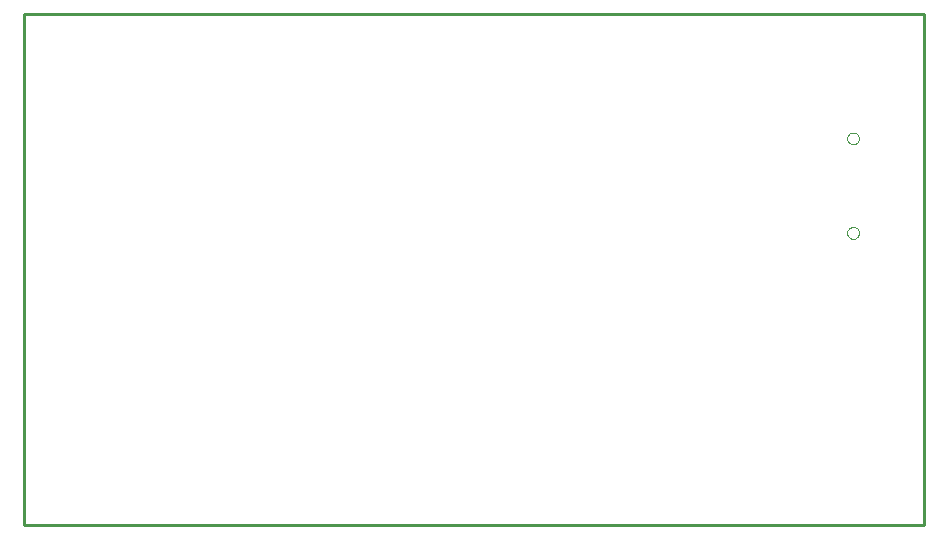
<source format=gbr>
G75*
G70*
%OFA0B0*%
%FSLAX24Y24*%
%IPPOS*%
%LPD*%
%AMOC8*
5,1,8,0,0,1.08239X$1,22.5*
%
%ADD10C,0.0100*%
%ADD11C,0.0000*%
D10*
X002782Y002006D02*
X002782Y019014D01*
X032782Y019014D01*
X032782Y002006D01*
X002782Y002006D01*
D11*
X030219Y011731D02*
X030221Y011759D01*
X030227Y011787D01*
X030237Y011813D01*
X030250Y011838D01*
X030267Y011860D01*
X030287Y011880D01*
X030309Y011897D01*
X030334Y011910D01*
X030360Y011920D01*
X030388Y011926D01*
X030416Y011928D01*
X030444Y011926D01*
X030472Y011920D01*
X030498Y011910D01*
X030523Y011897D01*
X030545Y011880D01*
X030565Y011860D01*
X030582Y011838D01*
X030595Y011813D01*
X030605Y011787D01*
X030611Y011759D01*
X030613Y011731D01*
X030611Y011703D01*
X030605Y011675D01*
X030595Y011649D01*
X030582Y011624D01*
X030565Y011602D01*
X030545Y011582D01*
X030523Y011565D01*
X030498Y011552D01*
X030472Y011542D01*
X030444Y011536D01*
X030416Y011534D01*
X030388Y011536D01*
X030360Y011542D01*
X030334Y011552D01*
X030309Y011565D01*
X030287Y011582D01*
X030267Y011602D01*
X030250Y011624D01*
X030237Y011649D01*
X030227Y011675D01*
X030221Y011703D01*
X030219Y011731D01*
X030219Y014880D02*
X030221Y014908D01*
X030227Y014936D01*
X030237Y014962D01*
X030250Y014987D01*
X030267Y015009D01*
X030287Y015029D01*
X030309Y015046D01*
X030334Y015059D01*
X030360Y015069D01*
X030388Y015075D01*
X030416Y015077D01*
X030444Y015075D01*
X030472Y015069D01*
X030498Y015059D01*
X030523Y015046D01*
X030545Y015029D01*
X030565Y015009D01*
X030582Y014987D01*
X030595Y014962D01*
X030605Y014936D01*
X030611Y014908D01*
X030613Y014880D01*
X030611Y014852D01*
X030605Y014824D01*
X030595Y014798D01*
X030582Y014773D01*
X030565Y014751D01*
X030545Y014731D01*
X030523Y014714D01*
X030498Y014701D01*
X030472Y014691D01*
X030444Y014685D01*
X030416Y014683D01*
X030388Y014685D01*
X030360Y014691D01*
X030334Y014701D01*
X030309Y014714D01*
X030287Y014731D01*
X030267Y014751D01*
X030250Y014773D01*
X030237Y014798D01*
X030227Y014824D01*
X030221Y014852D01*
X030219Y014880D01*
M02*

</source>
